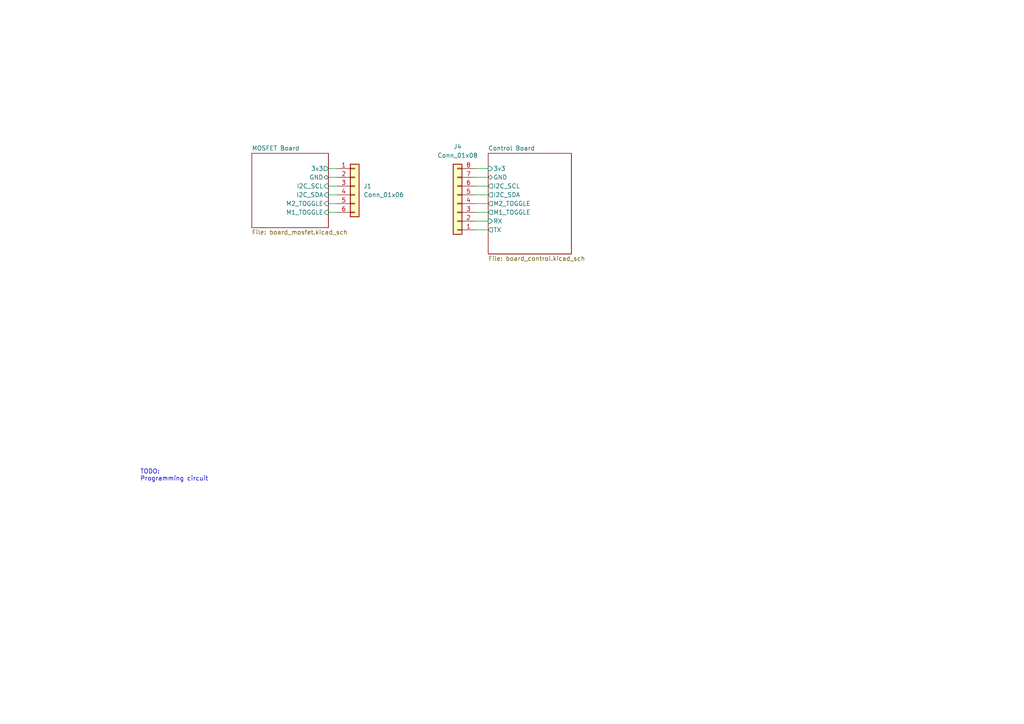
<source format=kicad_sch>
(kicad_sch (version 20211123) (generator eeschema)
  (paper "A4")
  (lib_symbols
    (symbol "Connector_Generic:Conn_01x06" (pin_names (offset 1.016) hide)
      (property "Reference" "J" (at 0 7.62 0))
      (property "Value" "Conn_01x06" (at 0 -10.16 0))
      (symbol "Conn_01x06_1_1"
        (rectangle (start -1.27 -7.493) (end 0 -7.747) (stroke (width 0.1524)))
        (rectangle (start -1.27 -4.953) (end 0 -5.207) (stroke (width 0.1524)))
        (rectangle (start -1.27 -2.413) (end 0 -2.667) (stroke (width 0.1524)))
        (rectangle (start -1.27 0.127) (end 0 -0.127) (stroke (width 0.1524)))
        (rectangle (start -1.27 2.667) (end 0 2.413) (stroke (width 0.1524)))
        (rectangle (start -1.27 5.207) (end 0 4.953) (stroke (width 0.1524)))
        (rectangle (start -1.27 6.35) (end 1.27 -8.89) (stroke (width 0.254)) (fill (type background)))
        (pin passive line (at -5.08 5.08 0) (length 3.81) (name "Pin_1") (number "1"))
        (pin passive line (at -5.08 2.54 0) (length 3.81) (name "Pin_2") (number "2"))
        (pin passive line (at -5.08 0 0) (length 3.81) (name "Pin_3") (number "3"))
        (pin passive line (at -5.08 -2.54 0) (length 3.81) (name "Pin_4") (number "4"))
        (pin passive line (at -5.08 -5.08 0) (length 3.81) (name "Pin_5") (number "5"))
        (pin passive line (at -5.08 -7.62 0) (length 3.81) (name "Pin_6") (number "6"))
      )
    )
    (symbol "Connector_Generic:Conn_01x08" (pin_names (offset 1.016) hide)
      (property "Reference" "J" (at 0 10.16 0))
      (property "Value" "Conn_01x08" (at 0 -12.7 0))
      (symbol "Conn_01x08_1_1"
        (rectangle (start -1.27 -10.033) (end 0 -10.287) (stroke (width 0.1524)))
        (rectangle (start -1.27 -7.493) (end 0 -7.747) (stroke (width 0.1524)))
        (rectangle (start -1.27 -4.953) (end 0 -5.207) (stroke (width 0.1524)))
        (rectangle (start -1.27 -2.413) (end 0 -2.667) (stroke (width 0.1524)))
        (rectangle (start -1.27 0.127) (end 0 -0.127) (stroke (width 0.1524)))
        (rectangle (start -1.27 2.667) (end 0 2.413) (stroke (width 0.1524)))
        (rectangle (start -1.27 5.207) (end 0 4.953) (stroke (width 0.1524)))
        (rectangle (start -1.27 7.747) (end 0 7.493) (stroke (width 0.1524)))
        (rectangle (start -1.27 8.89) (end 1.27 -11.43) (stroke (width 0.254)) (fill (type background)))
        (pin passive line (at -5.08 7.62 0) (length 3.81) (name "Pin_1") (number "1"))
        (pin passive line (at -5.08 5.08 0) (length 3.81) (name "Pin_2") (number "2"))
        (pin passive line (at -5.08 2.54 0) (length 3.81) (name "Pin_3") (number "3"))
        (pin passive line (at -5.08 0 0) (length 3.81) (name "Pin_4") (number "4"))
        (pin passive line (at -5.08 -2.54 0) (length 3.81) (name "Pin_5") (number "5"))
        (pin passive line (at -5.08 -5.08 0) (length 3.81) (name "Pin_6") (number "6"))
        (pin passive line (at -5.08 -7.62 0) (length 3.81) (name "Pin_7") (number "7"))
        (pin passive line (at -5.08 -10.16 0) (length 3.81) (name "Pin_8") (number "8"))
      )
    )
  )
  (wire (pts (xy 137.795 48.895) (xy 141.605 48.895)))
  (wire (pts (xy 137.795 51.435) (xy 141.605 51.435)))
  (wire (pts (xy 137.795 59.055) (xy 141.605 59.055)))
  (wire (pts (xy 137.795 53.975) (xy 141.605 53.975)))
  (wire (pts (xy 97.79 61.595) (xy 95.25 61.595)))
  (wire (pts (xy 137.795 64.135) (xy 141.605 64.135)))
  (wire (pts (xy 97.79 59.055) (xy 95.25 59.055)))
  (wire (pts (xy 97.79 56.515) (xy 95.25 56.515)))
  (wire (pts (xy 137.795 61.595) (xy 141.605 61.595)))
  (wire (pts (xy 97.79 51.435) (xy 95.25 51.435)))
  (wire (pts (xy 97.79 48.895) (xy 95.25 48.895)))
  (wire (pts (xy 97.79 53.975) (xy 95.25 53.975)))
  (wire (pts (xy 137.795 66.675) (xy 141.605 66.675)))
  (wire (pts (xy 137.795 56.515) (xy 141.605 56.515)))
  (text "TODO:\nProgramming circuit" (at 40.64 139.7 0) (effects (font (size 1.27 1.27)) (justify left bottom)))
  (symbol (lib_id "Connector_Generic:Conn_01x08") (at 132.715 59.055 180) (unit 1)
    (property "Reference" "J4" (at 132.715 42.545 0))
    (property "Value" "Conn_01x08" (at 132.715 45.085 0))
    (property "Footprint" "Connector_PinHeader_2.54mm:PinHeader_1x08_P2.54mm_Vertical" (effects hide))
  )
  (symbol (lib_id "Connector_Generic:Conn_01x06") (at 102.87 53.975 0) (unit 1)
    (property "Reference" "J1" (at 105.41 53.9749 0) (effects (justify left)))
    (property "Value" "Conn_01x06" (at 105.41 56.5149 0) (effects (justify left)))
    (property "Footprint" "Connector_PinHeader_2.54mm:PinHeader_1x06_P2.54mm_Vertical" (effects hide))
  )
  (sheet (at 141.605 44.45) (size 24.13 29.21) (stroke (width 0.1524))
    (property "Sheet name" "Control Board" (at 141.605 43.7384 0) (effects (justify left bottom)))
    (property "Sheet file" "board_control.kicad_sch" (at 141.605 74.2446 0) (effects (justify left top)))
    (pin "3v3" input (at 141.605 48.895 180))
    (pin "GND" bidirectional (at 141.605 51.435 180))
    (pin "I2C_SCL" output (at 141.605 53.975 180))
    (pin "I2C_SDA" output (at 141.605 56.515 180))
    (pin "M2_TOGGLE" output (at 141.605 59.055 180))
    (pin "M1_TOGGLE" output (at 141.605 61.595 180))
    (pin "TX" output (at 141.605 66.675 180))
    (pin "RX" input (at 141.605 64.135 180))
  )
  (sheet (at 73.025 44.45) (size 22.225 21.59) (stroke (width 0.1524))
    (property "Sheet name" "MOSFET Board" (at 73.025 43.7384 0) (effects (justify left bottom)))
    (property "Sheet file" "board_mosfet.kicad_sch" (at 73.025 66.6246 0) (effects (justify left top)))
    (pin "3v3" output (at 95.25 48.895 0))
    (pin "GND" bidirectional (at 95.25 51.435 0))
    (pin "I2C_SCL" input (at 95.25 53.975 0))
    (pin "I2C_SDA" input (at 95.25 56.515 0))
    (pin "M2_TOGGLE" input (at 95.25 59.055 0))
    (pin "M1_TOGGLE" input (at 95.25 61.595 0))
  )
)
</source>
